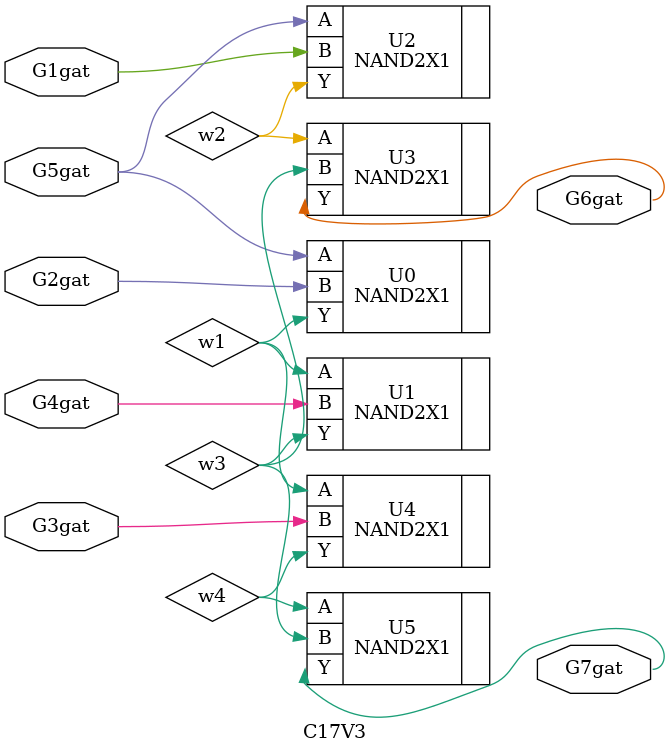
<source format=v>
module C17V3 (
    G1gat, G2gat, G3gat, G4gat, G5gat, G6gat, G7gat );
  input  G1gat, G2gat, G3gat, G4gat, G5gat;
  output G6gat, G7gat ;
  wire w1, w2, w3, w4;
  
  NAND2X1   U0(.A(G5gat), .B(G2gat), .Y(w1));
  NAND2X1   U2(.A(G5gat), .B(G1gat), .Y(w2));  
  NAND2X1   U1(.A(w1), .B(G4gat), .Y(w3));
  NAND2X1   U4(.A(w1), .B(G3gat), .Y(w4));
  NAND2X1   U3(.A(w2), .B(w3), .Y(G6gat));
  NAND2X1   U5(.A(w4), .B(w3), .Y(G7gat));

endmodule



</source>
